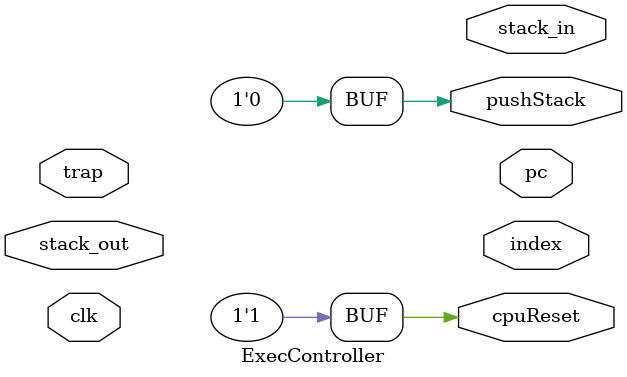
<source format=v>
module ExecController
#(
  parameter MEM_DEPTH   = 3,
  parameter STACK_DEPTH = 7
)
(
  input clk,

  output [  MEM_DEPTH:0] pc,
  output [STACK_DEPTH:0] index,
  input  [         65:0] stack_out,
  input  [          3:0] trap,

  output        cpuReset  = 1,
  output        pushStack = 0,
  output [65:0] stack_in
);

endmodule // IoController

</source>
